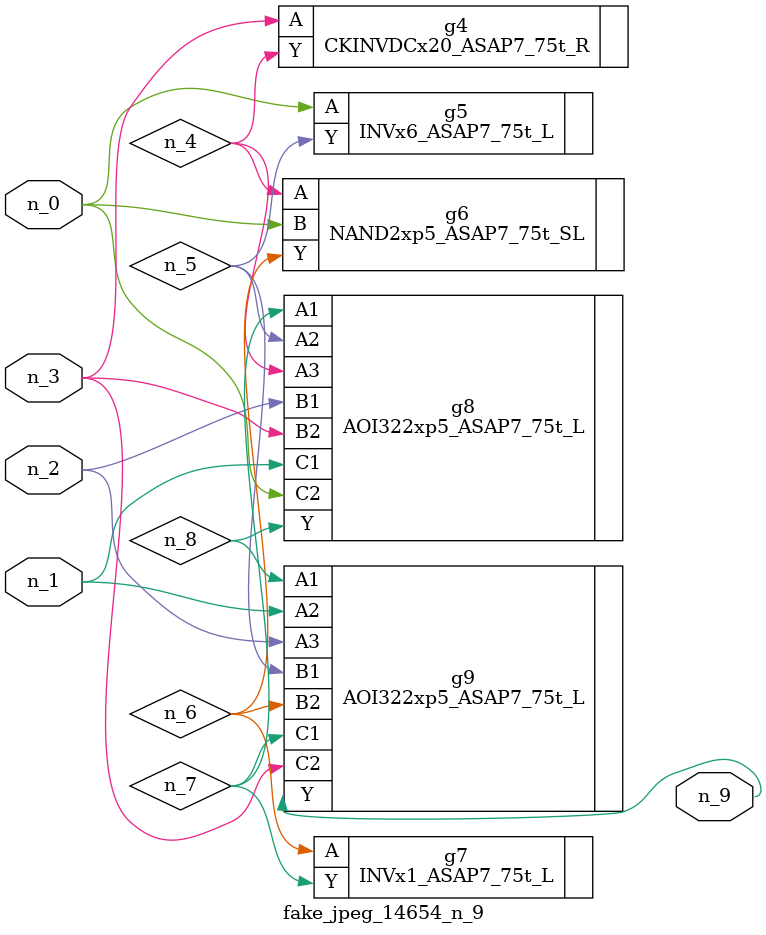
<source format=v>
module fake_jpeg_14654_n_9 (n_0, n_3, n_2, n_1, n_9);

input n_0;
input n_3;
input n_2;
input n_1;

output n_9;

wire n_4;
wire n_8;
wire n_6;
wire n_5;
wire n_7;

CKINVDCx20_ASAP7_75t_R g4 ( 
.A(n_3),
.Y(n_4)
);

INVx6_ASAP7_75t_L g5 ( 
.A(n_0),
.Y(n_5)
);

NAND2xp5_ASAP7_75t_SL g6 ( 
.A(n_4),
.B(n_0),
.Y(n_6)
);

INVx1_ASAP7_75t_L g7 ( 
.A(n_6),
.Y(n_7)
);

AOI322xp5_ASAP7_75t_L g8 ( 
.A1(n_7),
.A2(n_5),
.A3(n_4),
.B1(n_2),
.B2(n_3),
.C1(n_1),
.C2(n_0),
.Y(n_8)
);

AOI322xp5_ASAP7_75t_L g9 ( 
.A1(n_8),
.A2(n_1),
.A3(n_2),
.B1(n_5),
.B2(n_6),
.C1(n_7),
.C2(n_3),
.Y(n_9)
);


endmodule
</source>
